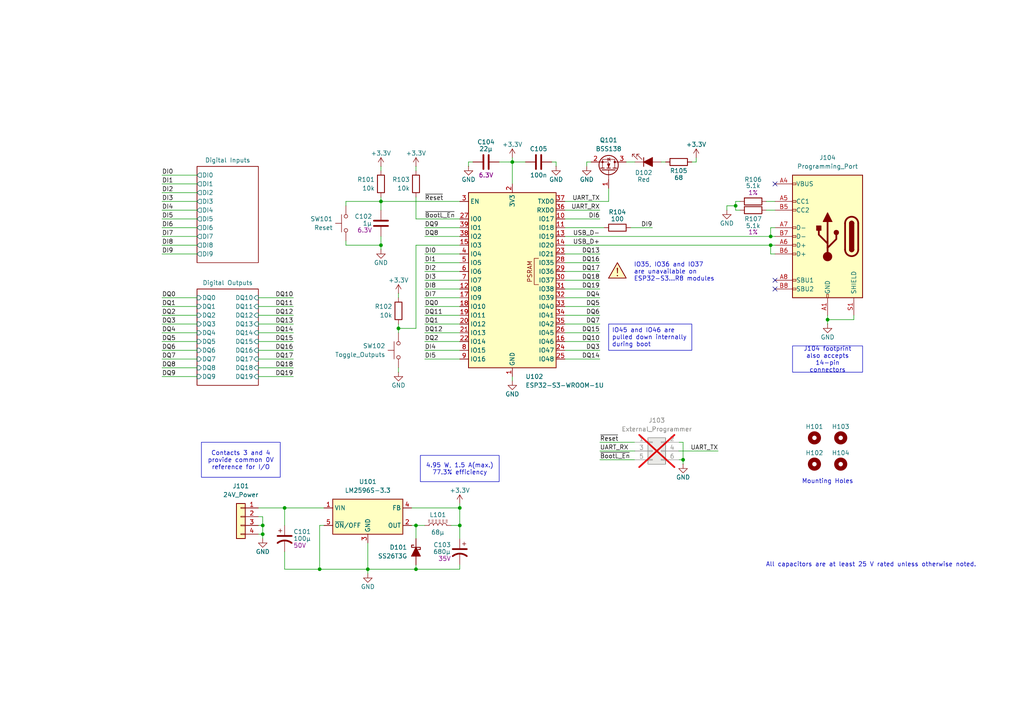
<source format=kicad_sch>
(kicad_sch (version 20250114) (generator "eeschema") (generator_version "9.0")
  (paper "A4")
  (title_block (title "ESP32 Remote IO") (date "2024-10-28") (rev "1") (company "Douglas Almeida"))
  (lib_symbols
    (symbol "Drawings:Warning_Symbol" (pin_numbers (hide yes)) (pin_names (offset 1.016) (hide yes)) (in_bom no) (on_board no)
      (symbol "Warning_Symbol_0_0"
        (text "!" (at 0 -0.254 0) (effects (font (size 2.3 2.3))))
      )
      (symbol "Warning_Symbol_0_1"
        (polyline (pts (xy -2.54 -1.905) (xy 2.54 -1.905) (xy 0 2.54) (xy -2.54 -1.905)) (stroke (width 0.254)) (fill (type background)))
      )
    )
    (symbol "esp32_rio-symbols:BSS138" (pin_names (hide yes))
      (property "Reference" "Q" (at 5.08 1.905 0))
      (property "Value" "BSS138" (at 5.08 0 0))
      (symbol "BSS138_0_1"
        (polyline (pts (xy 0.254 1.905) (xy 0.254 -1.905)) (stroke (width 0.254)))
        (polyline (pts (xy 0.254 0) (xy -2.54 0)))
        (polyline (pts (xy 0.762 2.286) (xy 0.762 1.27)) (stroke (width 0.254)))
        (polyline (pts (xy 0.762 0.508) (xy 0.762 -0.508)) (stroke (width 0.254)))
        (polyline (pts (xy 0.762 -1.27) (xy 0.762 -2.286)) (stroke (width 0.254)))
        (polyline (pts (xy 0.762 -1.778) (xy 3.302 -1.778) (xy 3.302 1.778) (xy 0.762 1.778)))
        (polyline (pts (xy 1.016 0) (xy 2.032 0.381) (xy 2.032 -0.381) (xy 1.016 0)) (fill (type outline)))
        (circle (center 1.651 0) (radius 2.794) (stroke (width 0.254)))
        (polyline (pts (xy 2.54 2.54) (xy 2.54 1.778)))
        (circle (center 2.54 1.778) (radius 0.254) (fill (type outline)))
        (circle (center 2.54 -1.778) (radius 0.254) (fill (type outline)))
        (polyline (pts (xy 2.54 -2.54) (xy 2.54 0) (xy 0.762 0)))
        (polyline (pts (xy 2.794 0.508) (xy 2.921 0.381) (xy 3.683 0.381) (xy 3.81 0.254)))
        (polyline (pts (xy 3.302 0.381) (xy 2.921 -0.254) (xy 3.683 -0.254) (xy 3.302 0.381)))
      )
      (symbol "BSS138_1_1"
        (pin input line (at -5.08 0 0) (length 2.54) (name "G") (number "1"))
        (pin passive line (at 2.54 5.08 270) (length 2.54) (name "D") (number "3"))
        (pin passive line (at 2.54 -5.08 90) (length 2.54) (name "S") (number "2"))
      )
    )
    (symbol "esp32_rio-symbols:C" (pin_numbers (hide yes)) (pin_names (offset 0.254))
      (property "Reference" "C" (at 0.635 2.54 0))
      (property "Value" "C" (at 0.635 -2.54 0))
      (symbol "C_0_1"
        (polyline (pts (xy -2.032 0.762) (xy 2.032 0.762)) (stroke (width 0.508)))
        (polyline (pts (xy -2.032 -0.762) (xy 2.032 -0.762)) (stroke (width 0.508)))
      )
      (symbol "C_1_1"
        (pin passive line (at 0 3.81 270) (length 2.794) (name "~") (number "1"))
        (pin passive line (at 0 -3.81 90) (length 2.794) (name "~") (number "2"))
      )
    )
    (symbol "esp32_rio-symbols:C_Polarized_US" (pin_numbers (hide yes)) (pin_names (offset 0.254) (hide yes))
      (property "Reference" "C" (at 0.635 2.54 0))
      (property "Value" "C_Polarized_US" (at 0.635 -2.54 0))
      (symbol "C_Polarized_US_0_1"
        (polyline (pts (xy -2.032 0.762) (xy 2.032 0.762)) (stroke (width 0.508)))
        (polyline (pts (xy -1.778 2.286) (xy -0.762 2.286)))
        (polyline (pts (xy -1.27 1.778) (xy -1.27 2.794)))
        (arc (start -2.032 -1.27) (mid 0 -0.5572) (end 2.032 -1.27) (stroke (width 0.508)))
      )
      (symbol "C_Polarized_US_1_1"
        (pin passive line (at 0 3.81 270) (length 2.794) (name "~") (number "1"))
        (pin passive line (at 0 -3.81 90) (length 3.302) (name "~") (number "2"))
      )
    )
    (symbol "esp32_rio-symbols:Conn_01x04" (pin_names (offset 1.016) (hide yes))
      (property "Reference" "J" (at 0 5.08 0))
      (property "Value" "Conn_01x04" (at 0 -7.62 0))
      (symbol "Conn_01x04_1_1"
        (rectangle (start -1.27 3.81) (end 1.27 -6.35) (stroke (width 0.254)) (fill (type background)))
        (rectangle (start -1.27 2.667) (end 0 2.413) (stroke (width 0.1524)))
        (rectangle (start -1.27 0.127) (end 0 -0.127) (stroke (width 0.1524)))
        (rectangle (start -1.27 -2.413) (end 0 -2.667) (stroke (width 0.1524)))
        (rectangle (start -1.27 -4.953) (end 0 -5.207) (stroke (width 0.1524)))
        (pin passive line (at -5.08 2.54 0) (length 3.81) (name "Pin_1") (number "1"))
        (pin passive line (at -5.08 0 0) (length 3.81) (name "Pin_2") (number "2"))
        (pin passive line (at -5.08 -2.54 0) (length 3.81) (name "Pin_3") (number "3"))
        (pin passive line (at -5.08 -5.08 0) (length 3.81) (name "Pin_4") (number "4"))
      )
    )
    (symbol "esp32_rio-symbols:Conn_02x03_Odd_Even" (pin_names (offset 1.016) (hide yes))
      (property "Reference" "J" (at 1.27 5.08 0))
      (property "Value" "Conn_02x03_Odd_Even" (at 1.27 -5.08 0))
      (symbol "Conn_02x03_Odd_Even_1_1"
        (rectangle (start -1.27 3.81) (end 3.81 -3.81) (stroke (width 0.254)) (fill (type background)))
        (rectangle (start -1.27 2.667) (end 0 2.413) (stroke (width 0.1524)))
        (rectangle (start -1.27 0.127) (end 0 -0.127) (stroke (width 0.1524)))
        (rectangle (start -1.27 -2.413) (end 0 -2.667) (stroke (width 0.1524)))
        (rectangle (start 3.81 2.667) (end 2.54 2.413) (stroke (width 0.1524)))
        (rectangle (start 3.81 0.127) (end 2.54 -0.127) (stroke (width 0.1524)))
        (rectangle (start 3.81 -2.413) (end 2.54 -2.667) (stroke (width 0.1524)))
        (pin passive line (at -5.08 2.54 0) (length 3.81) (name "Pin_1") (number "1"))
        (pin passive line (at -5.08 0 0) (length 3.81) (name "Pin_3") (number "3"))
        (pin passive line (at -5.08 -2.54 0) (length 3.81) (name "Pin_5") (number "5"))
        (pin passive line (at 7.62 2.54 180) (length 3.81) (name "Pin_2") (number "2"))
        (pin passive line (at 7.62 0 180) (length 3.81) (name "Pin_4") (number "4"))
        (pin passive line (at 7.62 -2.54 180) (length 3.81) (name "Pin_6") (number "6"))
      )
    )
    (symbol "esp32_rio-symbols:D_Schottky_Filled" (pin_numbers (hide yes)) (pin_names (offset 1.016) (hide yes))
      (property "Reference" "D" (at 0 2.54 0))
      (property "Value" "D_Schottky_Filled" (at 0 -2.54 0))
      (symbol "D_Schottky_Filled_0_1"
        (polyline (pts (xy -1.905 0.635) (xy -1.905 1.27) (xy -1.27 1.27) (xy -1.27 -1.27) (xy -0.635 -1.27) (xy -0.635 -0.635)) (stroke (width 0.254)))
        (polyline (pts (xy 1.27 1.27) (xy 1.27 -1.27) (xy -1.27 0) (xy 1.27 1.27)) (stroke (width 0.254)) (fill (type outline)))
        (polyline (pts (xy 1.27 0) (xy -1.27 0)))
      )
      (symbol "D_Schottky_Filled_1_1"
        (pin passive line (at -3.81 0 0) (length 2.54) (name "K") (number "1"))
        (pin passive line (at 3.81 0 180) (length 2.54) (name "A") (number "2"))
      )
    )
    (symbol "esp32_rio-symbols:ESP32-S3-WROOM-1U"
      (property "Reference" "U" (at -12.7 26.67 0))
      (property "Value" "ESP32-S3-WROOM-1U" (at 12.7 26.67 0))
      (symbol "ESP32-S3-WROOM-1U_0_0"
        (rectangle (start -12.7 25.4) (end 12.7 -25.4) (stroke (width 0.254)) (fill (type background)))
        (text "PSRAM" (at 5.08 2.54 900) (effects (font (size 1.27 1.27))))
      )
      (symbol "ESP32-S3-WROOM-1U_0_1"
        (polyline (pts (xy 7.62 -1.27) (xy 6.35 -1.27) (xy 6.35 6.35) (xy 7.62 6.35)))
      )
      (symbol "ESP32-S3-WROOM-1U_1_1"
        (pin input line (at -15.24 22.86 0) (length 2.54) (name "EN") (number "3"))
        (pin bidirectional line (at -15.24 17.78 0) (length 2.54) (name "IO0") (number "27"))
        (pin bidirectional line (at -15.24 15.24 0) (length 2.54) (name "IO1") (number "39"))
        (pin bidirectional line (at -15.24 12.7 0) (length 2.54) (name "IO2") (number "38"))
        (pin bidirectional line (at -15.24 10.16 0) (length 2.54) (name "IO3") (number "15"))
        (pin bidirectional line (at -15.24 7.62 0) (length 2.54) (name "IO4") (number "4"))
        (pin bidirectional line (at -15.24 5.08 0) (length 2.54) (name "IO5") (number "5"))
        (pin bidirectional line (at -15.24 2.54 0) (length 2.54) (name "IO6") (number "6"))
        (pin bidirectional line (at -15.24 0 0) (length 2.54) (name "IO7") (number "7"))
        (pin bidirectional line (at -15.24 -2.54 0) (length 2.54) (name "IO8") (number "12"))
        (pin bidirectional line (at -15.24 -5.08 0) (length 2.54) (name "IO9") (number "17"))
        (pin bidirectional line (at -15.24 -7.62 0) (length 2.54) (name "IO10") (number "18"))
        (pin bidirectional line (at -15.24 -10.16 0) (length 2.54) (name "IO11") (number "19"))
        (pin bidirectional line (at -15.24 -12.7 0) (length 2.54) (name "IO12") (number "20"))
        (pin bidirectional line (at -15.24 -15.24 0) (length 2.54) (name "IO13") (number "21"))
        (pin bidirectional line (at -15.24 -17.78 0) (length 2.54) (name "IO14") (number "22"))
        (pin bidirectional line (at -15.24 -20.32 0) (length 2.54) (name "IO15") (number "8"))
        (pin bidirectional line (at -15.24 -22.86 0) (length 2.54) (name "IO16") (number "9"))
        (pin power_in line (at 0 27.94 270) (length 2.54) (name "3V3") (number "2"))
        (pin power_in line (at 0 -27.94 90) (length 2.54) (name "GND") (number "1"))
        (pin passive line (at 0 -27.94 90) (length 2.54) (hide yes) (name "GND") (number "40"))
        (pin passive line (at 0 -27.94 90) (length 2.54) (hide yes) (name "GND") (number "41"))
        (pin bidirectional line (at 15.24 22.86 180) (length 2.54) (name "TXD0") (number "37"))
        (pin bidirectional line (at 15.24 20.32 180) (length 2.54) (name "RXD0") (number "36"))
        (pin bidirectional line (at 15.24 17.78 180) (length 2.54) (name "IO17") (number "10"))
        (pin bidirectional line (at 15.24 15.24 180) (length 2.54) (name "IO18") (number "11"))
        (pin bidirectional line (at 15.24 12.7 180) (length 2.54) (name "IO19") (number "13"))
        (pin bidirectional line (at 15.24 10.16 180) (length 2.54) (name "IO20") (number "14"))
        (pin bidirectional line (at 15.24 7.62 180) (length 2.54) (name "IO21") (number "23"))
        (pin bidirectional line (at 15.24 5.08 180) (length 2.54) (name "IO35") (number "28"))
        (pin bidirectional line (at 15.24 2.54 180) (length 2.54) (name "IO36") (number "29"))
        (pin bidirectional line (at 15.24 0 180) (length 2.54) (name "IO37") (number "30"))
        (pin bidirectional line (at 15.24 -2.54 180) (length 2.54) (name "IO38") (number "31"))
        (pin bidirectional line (at 15.24 -5.08 180) (length 2.54) (name "IO39") (number "32"))
        (pin bidirectional line (at 15.24 -7.62 180) (length 2.54) (name "IO40") (number "33"))
        (pin bidirectional line (at 15.24 -10.16 180) (length 2.54) (name "IO41") (number "34"))
        (pin bidirectional line (at 15.24 -12.7 180) (length 2.54) (name "IO42") (number "35"))
        (pin bidirectional line (at 15.24 -15.24 180) (length 2.54) (name "IO45") (number "26"))
        (pin bidirectional line (at 15.24 -17.78 180) (length 2.54) (name "IO46") (number "16"))
        (pin bidirectional line (at 15.24 -20.32 180) (length 2.54) (name "IO47") (number "24"))
        (pin bidirectional line (at 15.24 -22.86 180) (length 2.54) (name "IO48") (number "25"))
      )
    )
    (symbol "esp32_rio-symbols:LED_Filled" (pin_numbers (hide yes)) (pin_names (offset 1.016) (hide yes))
      (property "Reference" "D" (at 0 2.54 0))
      (property "Value" "LED_Filled" (at 0 -2.54 0))
      (symbol "LED_Filled_0_1"
        (polyline (pts (xy -3.048 -0.762) (xy -4.572 -2.286) (xy -3.81 -2.286) (xy -4.572 -2.286) (xy -4.572 -1.524)))
        (polyline (pts (xy -1.778 -0.762) (xy -3.302 -2.286) (xy -2.54 -2.286) (xy -3.302 -2.286) (xy -3.302 -1.524)))
        (polyline (pts (xy -1.27 0) (xy 1.27 0)))
        (polyline (pts (xy -1.27 -1.27) (xy -1.27 1.27)) (stroke (width 0.254)))
        (polyline (pts (xy 1.27 -1.27) (xy 1.27 1.27) (xy -1.27 0) (xy 1.27 -1.27)) (stroke (width 0.254)) (fill (type outline)))
      )
      (symbol "LED_Filled_1_1"
        (pin passive line (at -3.81 0 0) (length 2.54) (name "K") (number "1"))
        (pin passive line (at 3.81 0 180) (length 2.54) (name "A") (number "2"))
      )
    )
    (symbol "esp32_rio-symbols:LM2596S-3.3"
      (property "Reference" "U" (at -10.16 6.35 0))
      (property "Value" "LM2596S-3.3" (at 0 6.35 0))
      (symbol "LM2596S-3.3_0_1"
        (rectangle (start -10.16 5.08) (end 10.16 -5.08) (stroke (width 0.254)) (fill (type background)))
      )
      (symbol "LM2596S-3.3_1_1"
        (pin power_in line (at -12.7 2.54 0) (length 2.54) (name "VIN") (number "1"))
        (pin input line (at -12.7 -2.54 0) (length 2.54) (name "~{ON}/OFF") (number "5"))
        (pin power_in line (at 0 -7.62 90) (length 2.54) (name "GND") (number "3"))
        (pin input line (at 12.7 2.54 180) (length 2.54) (name "FB") (number "4"))
        (pin output line (at 12.7 -2.54 180) (length 2.54) (name "OUT") (number "2"))
      )
    )
    (symbol "esp32_rio-symbols:L_Ferrite" (pin_numbers (hide yes)) (pin_names (offset 1.016) (hide yes))
      (property "Reference" "L" (at -1.27 0 90))
      (property "Value" "L_Ferrite" (at 2.794 0 90))
      (symbol "L_Ferrite_0_1"
        (arc (start 0 2.54) (mid 0.6323 1.905) (end 0 1.27))
        (arc (start 0 1.27) (mid 0.6323 0.635) (end 0 0))
        (arc (start 0 0) (mid 0.6323 -0.635) (end 0 -1.27))
        (arc (start 0 -1.27) (mid 0.6323 -1.905) (end 0 -2.54))
        (polyline (pts (xy 1.016 2.286) (xy 1.016 2.794)))
        (polyline (pts (xy 1.016 1.27) (xy 1.016 1.778)))
        (polyline (pts (xy 1.016 0.254) (xy 1.016 0.762)))
        (polyline (pts (xy 1.016 -0.762) (xy 1.016 -0.254)))
        (polyline (pts (xy 1.016 -1.778) (xy 1.016 -1.27)))
        (polyline (pts (xy 1.016 -2.794) (xy 1.016 -2.286)))
        (polyline (pts (xy 1.524 2.794) (xy 1.524 2.286)))
        (polyline (pts (xy 1.524 1.778) (xy 1.524 1.27)))
        (polyline (pts (xy 1.524 0.762) (xy 1.524 0.254)))
        (polyline (pts (xy 1.524 -0.254) (xy 1.524 -0.762)))
        (polyline (pts (xy 1.524 -1.27) (xy 1.524 -1.778)))
        (polyline (pts (xy 1.524 -2.286) (xy 1.524 -2.794)))
      )
      (symbol "L_Ferrite_1_1"
        (pin passive line (at 0 3.81 270) (length 1.27) (name "1") (number "1"))
        (pin passive line (at 0 -3.81 90) (length 1.27) (name "2") (number "2"))
      )
    )
    (symbol "esp32_rio-symbols:MountingHole" (pin_names (offset 1.016))
      (property "Reference" "H" (at 0 5.08 0))
      (property "Value" "MountingHole" (at 0 3.175 0))
      (symbol "MountingHole_0_1"
        (circle (center 0 0) (radius 1.27) (stroke (width 1.27)))
      )
    )
    (symbol "esp32_rio-symbols:R" (pin_numbers (hide yes)) (pin_names (offset 0))
      (property "Reference" "R" (at 2.032 0 90))
      (property "Value" "R" (at 0 0 90))
      (symbol "R_0_1"
        (rectangle (start -1.016 -2.54) (end 1.016 2.54) (stroke (width 0.254)))
      )
      (symbol "R_1_1"
        (pin passive line (at 0 3.81 270) (length 1.27) (name "~") (number "1"))
        (pin passive line (at 0 -3.81 90) (length 1.27) (name "~") (number "2"))
      )
    )
    (symbol "esp32_rio-symbols:SW_Push" (pin_numbers (hide yes)) (pin_names (offset 1.016) (hide yes))
      (property "Reference" "SW" (at 1.27 2.54 0))
      (property "Value" "SW_Push" (at 0 -1.524 0))
      (symbol "SW_Push_0_1"
        (circle (center -2.032 0) (radius 0.508))
        (polyline (pts (xy 0 1.27) (xy 0 3.048)))
        (circle (center 2.032 0) (radius 0.508))
        (polyline (pts (xy 2.54 1.27) (xy -2.54 1.27)))
        (pin passive line (at -5.08 0 0) (length 2.54) (name "1") (number "1"))
        (pin passive line (at 5.08 0 180) (length 2.54) (name "2") (number "2"))
      )
    )
    (symbol "esp32_rio-symbols:USB_C_Receptacle_USB2.0_16P" (pin_names (offset 1.016))
      (property "Reference" "J" (at 0 22.225 0))
      (property "Value" "USB_C_Receptacle_USB2.0_16P" (at 0 19.685 0))
      (symbol "USB_C_Receptacle_USB2.0_16P_0_0"
        (rectangle (start -0.254 -17.78) (end 0.254 -16.764))
        (rectangle (start 10.16 15.494) (end 9.144 14.986))
        (rectangle (start 10.16 10.414) (end 9.144 9.906))
        (rectangle (start 10.16 7.874) (end 9.144 7.366))
        (rectangle (start 10.16 2.794) (end 9.144 2.286))
        (rectangle (start 10.16 0.254) (end 9.144 -0.254))
        (rectangle (start 10.16 -2.286) (end 9.144 -2.794))
        (rectangle (start 10.16 -4.826) (end 9.144 -5.334))
        (rectangle (start 10.16 -12.446) (end 9.144 -12.954))
        (rectangle (start 10.16 -14.986) (end 9.144 -15.494))
      )
      (symbol "USB_C_Receptacle_USB2.0_16P_0_1"
        (rectangle (start -10.16 17.78) (end 10.16 -17.78) (stroke (width 0.254)) (fill (type background)))
        (polyline (pts (xy -8.89 -3.81) (xy -8.89 3.81)) (stroke (width 0.508)))
        (rectangle (start -7.62 -3.81) (end -6.35 3.81) (stroke (width 0.254)) (fill (type outline)))
        (arc (start -7.62 3.81) (mid -6.985 4.4423) (end -6.35 3.81) (stroke (width 0.254)))
        (arc (start -7.62 3.81) (mid -6.985 4.4423) (end -6.35 3.81) (stroke (width 0.254)) (fill (type outline)))
        (arc (start -8.89 3.81) (mid -6.985 5.7067) (end -5.08 3.81) (stroke (width 0.508)))
        (arc (start -5.08 -3.81) (mid -6.985 -5.7067) (end -8.89 -3.81) (stroke (width 0.508)))
        (arc (start -6.35 -3.81) (mid -6.985 -4.4423) (end -7.62 -3.81) (stroke (width 0.254)))
        (arc (start -6.35 -3.81) (mid -6.985 -4.4423) (end -7.62 -3.81) (stroke (width 0.254)) (fill (type outline)))
        (polyline (pts (xy -5.08 3.81) (xy -5.08 -3.81)) (stroke (width 0.508)))
        (circle (center -2.54 1.143) (radius 0.635) (stroke (width 0.254)) (fill (type outline)))
        (polyline (pts (xy -1.27 4.318) (xy 0 6.858) (xy 1.27 4.318) (xy -1.27 4.318)) (stroke (width 0.254)) (fill (type outline)))
        (polyline (pts (xy 0 -2.032) (xy 2.54 0.508) (xy 2.54 1.778)) (stroke (width 0.508)))
        (polyline (pts (xy 0 -3.302) (xy -2.54 -0.762) (xy -2.54 0.508)) (stroke (width 0.508)))
        (polyline (pts (xy 0 -5.842) (xy 0 4.318)) (stroke (width 0.508)))
        (circle (center 0 -5.842) (radius 1.27) (fill (type outline)))
        (rectangle (start 1.905 1.778) (end 3.175 3.048) (stroke (width 0.254)) (fill (type outline)))
      )
      (symbol "USB_C_Receptacle_USB2.0_16P_1_1"
        (pin passive line (at -7.62 -22.86 90) (length 5.08) (name "SHIELD") (number "S1"))
        (pin passive line (at 0 -22.86 90) (length 5.08) (name "GND") (number "A1"))
        (pin passive line (at 0 -22.86 90) (length 5.08) (hide yes) (name "GND") (number "A12"))
        (pin passive line (at 0 -22.86 90) (length 5.08) (hide yes) (name "GND") (number "B1"))
        (pin passive line (at 0 -22.86 90) (length 5.08) (hide yes) (name "GND") (number "B12"))
        (pin passive line (at 15.24 15.24 180) (length 5.08) (name "VBUS") (number "A4"))
        (pin passive line (at 15.24 15.24 180) (length 5.08) (hide yes) (name "VBUS") (number "A9"))
        (pin passive line (at 15.24 15.24 180) (length 5.08) (hide yes) (name "VBUS") (number "B4"))
        (pin passive line (at 15.24 15.24 180) (length 5.08) (hide yes) (name "VBUS") (number "B9"))
        (pin bidirectional line (at 15.24 10.16 180) (length 5.08) (name "CC1") (number "A5"))
        (pin bidirectional line (at 15.24 7.62 180) (length 5.08) (name "CC2") (number "B5"))
        (pin bidirectional line (at 15.24 2.54 180) (length 5.08) (name "D-") (number "A7"))
        (pin bidirectional line (at 15.24 0 180) (length 5.08) (name "D-") (number "B7"))
        (pin bidirectional line (at 15.24 -2.54 180) (length 5.08) (name "D+") (number "A6"))
        (pin bidirectional line (at 15.24 -5.08 180) (length 5.08) (name "D+") (number "B6"))
        (pin bidirectional line (at 15.24 -12.7 180) (length 5.08) (name "SBU1") (number "A8"))
        (pin bidirectional line (at 15.24 -15.24 180) (length 5.08) (name "SBU2") (number "B8"))
      )
    )
    (symbol "power:+3.3V" (power) (pin_numbers (hide yes)) (pin_names (offset 0) (hide yes))
      (property "Value" "+3.3V" (at 0 3.556 0))
      (symbol "+3.3V_0_1"
        (polyline (pts (xy -0.762 1.27) (xy 0 2.54)))
        (polyline (pts (xy 0 2.54) (xy 0.762 1.27)))
        (polyline (pts (xy 0 0) (xy 0 2.54)))
      )
      (symbol "+3.3V_1_1"
        (pin power_in line (at 0 0 90) (length 0) (name "~") (number "1"))
      )
    )
    (symbol "power:GND" (power) (pin_numbers (hide yes)) (pin_names (offset 0) (hide yes))
      (property "Value" "GND" (at 0 -3.81 0))
      (symbol "GND_0_1"
        (polyline (pts (xy 0 0) (xy 0 -1.27) (xy 1.27 -1.27) (xy 0 -2.54) (xy -1.27 -1.27) (xy 0 -1.27)))
      )
      (symbol "GND_1_1"
        (pin power_in line (at 0 0 270) (length 0) (name "~") (number "1"))
      )
    )
  )
  (text "Mounting Holes" (at 240.03 139.7 0) (effects (font (size 1.27 1.27))))
  (text "All capacitors are at least 25 V rated unless otherwise noted." (at 283.21 163.83 0) (effects (font (size 1.27 1.27)) (justify right)))
  (text_box "J104 footprint also accepts 14-pin connectors" (at 229.87 100.33 0) (size 20.32 7.62) (margins 0.9525 0.9525 0.9525 0.9525) (effects (font (size 1.27 1.27))))
  (text_box "4.95 W, 1.5 A(max.)\n77.3% efficiency" (at 121.92 132.08 0) (size 22.86 7.62) (margins 0.9525 0.9525 0.9525 0.9525) (effects (font (size 1.27 1.27))))
  (text_box "IO35, IO36 and IO37 are unavailable on ESP32-S3...R8 modules" (at 182.88 74.93 0) (size 25.4 7.62) (margins 0.9524 0.9524 0.9524 0.9524) (stroke (width -0.0001)) (effects (font (size 1.27 1.27)) (justify left top)))
  (text_box "Contacts 3 and 4 provide common 0V reference for I/O" (at 58.42 128.27 0) (size 22.86 10.16) (margins 0.9525 0.9525 0.9525 0.9525) (effects (font (size 1.27 1.27))))
  (text_box "IO45 and IO46 are pulled down internally during boot" (at 176.53 93.98 0) (size 24.13 7.62) (margins 0.9525 0.9525 0.9525 0.9525) (effects (font (size 1.27 1.27)) (justify left top)))
  (junction (at 223.52 71.12))
  (junction (at 115.57 95.25))
  (junction (at 240.03 92.71))
  (junction (at 133.35 152.4))
  (junction (at 76.2 154.94))
  (junction (at 133.35 147.32))
  (junction (at 92.71 165.1))
  (junction (at 106.68 165.1))
  (junction (at 148.59 46.99))
  (junction (at 120.65 165.1))
  (junction (at 198.12 133.35))
  (junction (at 120.65 152.4))
  (junction (at 82.55 147.32))
  (junction (at 213.36 59.69))
  (junction (at 110.49 71.12))
  (junction (at 223.52 68.58))
  (junction (at 110.49 58.42))
  (junction (at 76.2 152.4))
  (no_connect (at 224.79 53.34))
  (no_connect (at 224.79 81.28))
  (no_connect (at 224.79 83.82))
  (wire (pts (xy 74.93 104.14) (xy 85.09 104.14)))
  (wire (pts (xy 173.99 130.81) (xy 184.15 130.81)))
  (wire (pts (xy 135.89 46.99) (xy 135.89 48.26)))
  (wire (pts (xy 46.99 106.68) (xy 57.15 106.68)))
  (wire (pts (xy 163.83 76.2) (xy 173.99 76.2)))
  (wire (pts (xy 74.93 152.4) (xy 76.2 152.4)))
  (wire (pts (xy 176.53 54.61) (xy 176.53 58.42)))
  (wire (pts (xy 240.03 92.71) (xy 240.03 93.98)))
  (wire (pts (xy 182.88 66.04) (xy 189.23 66.04)))
  (wire (pts (xy 163.83 60.96) (xy 173.99 60.96)))
  (wire (pts (xy 123.19 93.98) (xy 133.35 93.98)))
  (wire (pts (xy 123.19 66.04) (xy 133.35 66.04)))
  (wire (pts (xy 160.02 46.99) (xy 161.29 46.99)))
  (wire (pts (xy 201.93 45.72) (xy 201.93 46.99)))
  (wire (pts (xy 120.65 63.5) (xy 133.35 63.5)))
  (wire (pts (xy 115.57 85.09) (xy 115.57 86.36)))
  (wire (pts (xy 223.52 68.58) (xy 223.52 66.04)))
  (wire (pts (xy 148.59 46.99) (xy 148.59 53.34)))
  (wire (pts (xy 193.04 46.99) (xy 191.77 46.99)))
  (wire (pts (xy 196.85 133.35) (xy 198.12 133.35)))
  (wire (pts (xy 163.83 96.52) (xy 173.99 96.52)))
  (wire (pts (xy 82.55 147.32) (xy 93.98 147.32)))
  (wire (pts (xy 119.38 152.4) (xy 120.65 152.4)))
  (wire (pts (xy 74.93 147.32) (xy 82.55 147.32)))
  (wire (pts (xy 148.59 46.99) (xy 152.4 46.99)))
  (wire (pts (xy 74.93 106.68) (xy 85.09 106.68)))
  (wire (pts (xy 224.79 73.66) (xy 223.52 73.66)))
  (wire (pts (xy 115.57 95.25) (xy 115.57 96.52)))
  (wire (pts (xy 123.19 73.66) (xy 133.35 73.66)))
  (wire (pts (xy 123.19 88.9) (xy 133.35 88.9)))
  (wire (pts (xy 57.15 63.5) (xy 46.99 63.5)))
  (wire (pts (xy 163.83 91.44) (xy 173.99 91.44)))
  (wire (pts (xy 148.59 45.72) (xy 148.59 46.99)))
  (wire (pts (xy 214.63 58.42) (xy 213.36 58.42)))
  (wire (pts (xy 46.99 88.9) (xy 57.15 88.9)))
  (wire (pts (xy 133.35 152.4) (xy 133.35 156.21)))
  (wire (pts (xy 123.19 101.6) (xy 133.35 101.6)))
  (wire (pts (xy 74.93 93.98) (xy 85.09 93.98)))
  (wire (pts (xy 163.83 71.12) (xy 223.52 71.12)))
  (wire (pts (xy 120.65 152.4) (xy 120.65 156.21)))
  (wire (pts (xy 213.36 59.69) (xy 210.82 59.69)))
  (wire (pts (xy 210.82 59.69) (xy 210.82 60.96)))
  (wire (pts (xy 74.93 154.94) (xy 76.2 154.94)))
  (wire (pts (xy 76.2 149.86) (xy 76.2 152.4)))
  (wire (pts (xy 123.19 81.28) (xy 133.35 81.28)))
  (wire (pts (xy 198.12 133.35) (xy 198.12 134.62)))
  (wire (pts (xy 163.83 104.14) (xy 173.99 104.14)))
  (wire (pts (xy 46.99 104.14) (xy 57.15 104.14)))
  (wire (pts (xy 74.93 88.9) (xy 85.09 88.9)))
  (wire (pts (xy 46.99 93.98) (xy 57.15 93.98)))
  (wire (pts (xy 163.83 66.04) (xy 175.26 66.04)))
  (wire (pts (xy 119.38 147.32) (xy 133.35 147.32)))
  (wire (pts (xy 123.19 99.06) (xy 133.35 99.06)))
  (wire (pts (xy 82.55 165.1) (xy 92.71 165.1)))
  (wire (pts (xy 144.78 46.99) (xy 148.59 46.99)))
  (wire (pts (xy 100.33 59.69) (xy 100.33 58.42)))
  (wire (pts (xy 100.33 71.12) (xy 110.49 71.12)))
  (wire (pts (xy 110.49 58.42) (xy 133.35 58.42)))
  (wire (pts (xy 74.93 86.36) (xy 85.09 86.36)))
  (wire (pts (xy 173.99 128.27) (xy 184.15 128.27)))
  (wire (pts (xy 171.45 46.99) (xy 170.18 46.99)))
  (wire (pts (xy 57.15 60.96) (xy 46.99 60.96)))
  (wire (pts (xy 223.52 73.66) (xy 223.52 71.12)))
  (wire (pts (xy 184.15 46.99) (xy 181.61 46.99)))
  (wire (pts (xy 120.65 165.1) (xy 133.35 165.1)))
  (wire (pts (xy 213.36 59.69) (xy 213.36 58.42)))
  (wire (pts (xy 57.15 68.58) (xy 46.99 68.58)))
  (wire (pts (xy 123.19 78.74) (xy 133.35 78.74)))
  (wire (pts (xy 163.83 68.58) (xy 223.52 68.58)))
  (wire (pts (xy 57.15 55.88) (xy 46.99 55.88)))
  (wire (pts (xy 93.98 152.4) (xy 92.71 152.4)))
  (wire (pts (xy 163.83 58.42) (xy 176.53 58.42)))
  (wire (pts (xy 106.68 157.48) (xy 106.68 165.1)))
  (wire (pts (xy 74.93 99.06) (xy 85.09 99.06)))
  (wire (pts (xy 110.49 58.42) (xy 110.49 60.96)))
  (wire (pts (xy 123.19 86.36) (xy 133.35 86.36)))
  (wire (pts (xy 133.35 146.05) (xy 133.35 147.32)))
  (wire (pts (xy 82.55 152.4) (xy 82.55 147.32)))
  (wire (pts (xy 57.15 66.04) (xy 46.99 66.04)))
  (wire (pts (xy 247.65 91.44) (xy 247.65 92.71)))
  (wire (pts (xy 120.65 165.1) (xy 106.68 165.1)))
  (wire (pts (xy 223.52 68.58) (xy 224.79 68.58)))
  (wire (pts (xy 201.93 46.99) (xy 200.66 46.99)))
  (wire (pts (xy 92.71 165.1) (xy 106.68 165.1)))
  (wire (pts (xy 110.49 68.58) (xy 110.49 71.12)))
  (wire (pts (xy 240.03 91.44) (xy 240.03 92.71)))
  (wire (pts (xy 110.49 57.15) (xy 110.49 58.42)))
  (wire (pts (xy 46.99 99.06) (xy 57.15 99.06)))
  (wire (pts (xy 74.93 109.22) (xy 85.09 109.22)))
  (wire (pts (xy 223.52 71.12) (xy 224.79 71.12)))
  (wire (pts (xy 120.65 163.83) (xy 120.65 165.1)))
  (wire (pts (xy 213.36 59.69) (xy 213.36 60.96)))
  (wire (pts (xy 222.25 60.96) (xy 224.79 60.96)))
  (wire (pts (xy 170.18 46.99) (xy 170.18 48.26)))
  (wire (pts (xy 163.83 63.5) (xy 173.99 63.5)))
  (wire (pts (xy 110.49 48.26) (xy 110.49 49.53)))
  (wire (pts (xy 57.15 53.34) (xy 46.99 53.34)))
  (wire (pts (xy 115.57 93.98) (xy 115.57 95.25)))
  (wire (pts (xy 120.65 95.25) (xy 115.57 95.25)))
  (wire (pts (xy 148.59 109.22) (xy 148.59 110.49)))
  (wire (pts (xy 120.65 71.12) (xy 133.35 71.12)))
  (wire (pts (xy 46.99 101.6) (xy 57.15 101.6)))
  (wire (pts (xy 123.19 68.58) (xy 133.35 68.58)))
  (wire (pts (xy 123.19 83.82) (xy 133.35 83.82)))
  (wire (pts (xy 163.83 93.98) (xy 173.99 93.98)))
  (wire (pts (xy 123.19 104.14) (xy 133.35 104.14)))
  (wire (pts (xy 74.93 96.52) (xy 85.09 96.52)))
  (wire (pts (xy 46.99 96.52) (xy 57.15 96.52)))
  (wire (pts (xy 198.12 128.27) (xy 198.12 133.35)))
  (wire (pts (xy 120.65 71.12) (xy 120.65 95.25)))
  (wire (pts (xy 100.33 69.85) (xy 100.33 71.12)))
  (wire (pts (xy 74.93 149.86) (xy 76.2 149.86)))
  (wire (pts (xy 163.83 78.74) (xy 173.99 78.74)))
  (wire (pts (xy 163.83 86.36) (xy 173.99 86.36)))
  (wire (pts (xy 76.2 156.21) (xy 76.2 154.94)))
  (wire (pts (xy 222.25 58.42) (xy 224.79 58.42)))
  (wire (pts (xy 46.99 86.36) (xy 57.15 86.36)))
  (wire (pts (xy 120.65 48.26) (xy 120.65 49.53)))
  (wire (pts (xy 163.83 81.28) (xy 173.99 81.28)))
  (wire (pts (xy 214.63 60.96) (xy 213.36 60.96)))
  (wire (pts (xy 57.15 73.66) (xy 46.99 73.66)))
  (wire (pts (xy 130.81 152.4) (xy 133.35 152.4)))
  (wire (pts (xy 133.35 147.32) (xy 133.35 152.4)))
  (wire (pts (xy 120.65 57.15) (xy 120.65 63.5)))
  (wire (pts (xy 92.71 152.4) (xy 92.71 165.1)))
  (wire (pts (xy 163.83 83.82) (xy 173.99 83.82)))
  (wire (pts (xy 46.99 91.44) (xy 57.15 91.44)))
  (wire (pts (xy 106.68 165.1) (xy 106.68 166.37)))
  (wire (pts (xy 223.52 66.04) (xy 224.79 66.04)))
  (wire (pts (xy 57.15 71.12) (xy 46.99 71.12)))
  (wire (pts (xy 161.29 46.99) (xy 161.29 48.26)))
  (wire (pts (xy 123.19 96.52) (xy 133.35 96.52)))
  (wire (pts (xy 46.99 109.22) (xy 57.15 109.22)))
  (wire (pts (xy 137.16 46.99) (xy 135.89 46.99)))
  (wire (pts (xy 123.19 76.2) (xy 133.35 76.2)))
  (wire (pts (xy 240.03 92.71) (xy 247.65 92.71)))
  (wire (pts (xy 115.57 106.68) (xy 115.57 107.95)))
  (wire (pts (xy 196.85 130.81) (xy 208.28 130.81)))
  (wire (pts (xy 173.99 133.35) (xy 184.15 133.35)))
  (wire (pts (xy 163.83 99.06) (xy 173.99 99.06)))
  (wire (pts (xy 133.35 163.83) (xy 133.35 165.1)))
  (wire (pts (xy 74.93 91.44) (xy 85.09 91.44)))
  (wire (pts (xy 196.85 128.27) (xy 198.12 128.27)))
  (wire (pts (xy 163.83 88.9) (xy 173.99 88.9)))
  (wire (pts (xy 110.49 71.12) (xy 110.49 72.39)))
  (wire (pts (xy 57.15 50.8) (xy 46.99 50.8)))
  (wire (pts (xy 120.65 152.4) (xy 123.19 152.4)))
  (wire (pts (xy 82.55 160.02) (xy 82.55 165.1)))
  (wire (pts (xy 57.15 58.42) (xy 46.99 58.42)))
  (wire (pts (xy 76.2 152.4) (xy 76.2 154.94)))
  (wire (pts (xy 163.83 73.66) (xy 173.99 73.66)))
  (wire (pts (xy 163.83 101.6) (xy 173.99 101.6)))
  (wire (pts (xy 100.33 58.42) (xy 110.49 58.42)))
  (wire (pts (xy 123.19 91.44) (xy 133.35 91.44)))
  (wire (pts (xy 74.93 101.6) (xy 85.09 101.6)))
  (label "DQ10" (at 173.99 99.06 180))
  (label "DI2" (at 123.19 78.74 0))
  (label "DI0" (at 46.99 50.8 0))
  (label "DQ7" (at 173.99 93.98 180))
  (label "DQ5" (at 46.99 99.06 0))
  (label "DI4" (at 46.99 60.96 0))
  (label "DQ2" (at 46.99 91.44 0))
  (label "DQ8" (at 123.19 68.58 0))
  (label "DI7" (at 46.99 68.58 0))
  (label "DQ13" (at 173.99 73.66 180))
  (label "DQ12" (at 85.09 91.44 180))
  (label "DQ17" (at 173.99 78.74 180))
  (label "DQ7" (at 46.99 104.14 0))
  (label "DQ18" (at 173.99 81.28 180))
  (label "DQ4" (at 173.99 86.36 180))
  (label "USB_D-" (at 173.99 68.58 180))
  (label "DQ9" (at 123.19 66.04 0))
  (label "DI2" (at 46.99 55.88 0))
  (label "DQ17" (at 85.09 104.14 180))
  (label "DQ15" (at 85.09 99.06 180))
  (label "DI8" (at 46.99 71.12 0))
  (label "UART_RX" (at 173.99 130.81 0))
  (label "DQ15" (at 173.99 96.52 180))
  (label "DQ9" (at 46.99 109.22 0))
  (label "~{BootL_En}" (at 123.19 63.5 0))
  (label "DQ13" (at 85.09 93.98 180))
  (label "DQ11" (at 85.09 88.9 180))
  (label "DI1" (at 46.99 53.34 0))
  (label "DQ3" (at 173.99 101.6 180))
  (label "DI0" (at 123.19 73.66 0))
  (label "DQ14" (at 173.99 104.14 180))
  (label "DQ3" (at 46.99 93.98 0))
  (label "DQ8" (at 46.99 106.68 0))
  (label "DQ19" (at 85.09 109.22 180))
  (label "~{Reset}" (at 173.99 128.27 0))
  (label "DI3" (at 123.19 81.28 0))
  (label "~{Reset}" (at 123.19 58.42 0))
  (label "DQ11" (at 123.19 91.44 0))
  (label "DI9" (at 189.23 66.04 180))
  (label "DQ16" (at 85.09 101.6 180))
  (label "UART_TX" (at 208.28 130.81 180))
  (label "DQ16" (at 173.99 76.2 180))
  (label "DQ12" (at 123.19 96.52 0))
  (label "DI6" (at 173.99 63.5 180))
  (label "DQ2" (at 123.19 99.06 0))
  (label "DI6" (at 46.99 66.04 0))
  (label "DQ6" (at 46.99 101.6 0))
  (label "DQ5" (at 173.99 88.9 180))
  (label "DQ0" (at 46.99 86.36 0))
  (label "DQ1" (at 46.99 88.9 0))
  (label "DQ4" (at 46.99 96.52 0))
  (label "DI4" (at 123.19 101.6 0))
  (label "DI3" (at 46.99 58.42 0))
  (label "DQ18" (at 85.09 106.68 180))
  (label "DI1" (at 123.19 76.2 0))
  (label "UART_RX" (at 173.99 60.96 180))
  (label "DI8" (at 123.19 83.82 0))
  (label "DQ6" (at 173.99 91.44 180))
  (label "~{BootL_En}" (at 173.99 133.35 0))
  (label "DQ1" (at 123.19 93.98 0))
  (label "DI5" (at 123.19 104.14 0))
  (label "UART_TX" (at 173.99 58.42 180))
  (label "DQ14" (at 85.09 96.52 180))
  (label "DI5" (at 46.99 63.5 0))
  (label "DI9" (at 46.99 73.66 0))
  (label "DQ10" (at 85.09 86.36 180))
  (label "DI7" (at 123.19 86.36 0))
  (label "USB_D+" (at 173.99 71.12 180))
  (label "DQ0" (at 123.19 88.9 0))
  (label "DQ19" (at 173.99 83.82 180))
  (symbol (lib_id "power:GND") (at 135.89 48.26 0) (unit 1)
    (property "Reference" "#PWR0116" (effects (hide yes)))
    (property "Value" "GND" (at 135.89 52.07 0))
  )
  (symbol (lib_id "esp32_rio-symbols:MountingHole") (at 243.84 134.62 0) (mirror y) (unit 1) (in_bom no)
    (property "Reference" "H104" (at 243.84 132.08 0) (effects (justify bottom)))
    (property "Value" "MountingHole" (effects (hide yes)))
    (property "Footprint" "MountingHole:MountingHole_2.1mm" (effects (hide yes)))
  )
  (symbol (lib_id "esp32_rio-symbols:ESP32-S3-WROOM-1U") (at 148.59 81.28 0) (unit 1)
    (property "Reference" "U102" (at 152.4 109.22 0) (effects (justify left)))
    (property "Value" "ESP32-S3-WROOM-1U" (at 152.4 111.76 0) (effects (justify left)))
    (property "Footprint" "esp32_rio-footprints:ESP32-S3-WROOM-1U" (effects (hide yes)))
    (property "Datasheet" "https://www.espressif.com/sites/default/files/documentation/esp32-s3-wroom-1_wroom-1u_datasheet_en.pdf" (effects (hide yes)))
    (property "Description" "RF Module, ESP32-S3 SoC, Wi-Fi 802.11b/g/n, Bluetooth, BLE, 32-bit, 3.3V, external antenna, SMD" (effects (hide yes)))
    (property "Part#" "ESP32-S3-WROOM-1U-N16R2" (effects (hide yes)))
  )
  (symbol (lib_id "esp32_rio-symbols:C") (at 110.49 64.77 0) (mirror y) (unit 1)
    (property "Reference" "C102" (at 107.95 63.5 0) (effects (justify left bottom)))
    (property "Value" "1µ" (at 107.95 64.77 0) (effects (justify left)))
    (property "Footprint" "Capacitor_SMD:C_0603_1608Metric" (effects (hide yes)))
    (property "Description" "Unpolarized capacitor" (effects (hide yes)))
    (property "Voltage" "6.3V" (at 107.95 66.04 0) (effects (justify left top)))
    (property "Part#" "CL10B105KQ8NNNC" (effects (hide yes)))
  )
  (symbol (lib_id "esp32_rio-symbols:R") (at 115.57 90.17 0) (unit 1)
    (property "Reference" "R102" (at 113.792 88.9 0) (effects (justify right)))
    (property "Value" "10k" (at 113.792 91.44 0) (effects (justify right)))
    (property "Footprint" "Resistor_SMD:R_0603_1608Metric" (effects (hide yes)))
    (property "Description" "Resistor" (effects (hide yes)))
    (property "Part#" "RC0603FR-0710KL" (effects (hide yes)))
  )
  (symbol (lib_id "power:+3.3V") (at 120.65 48.26 0) (mirror y) (unit 1)
    (property "Reference" "#PWR0106" (effects (hide yes)))
    (property "Value" "+3.3V" (at 120.65 44.45 0))
    (property "Description" "Power symbol creates a global label with name \"+3.3V\"" (effects (hide yes)))
  )
  (symbol (lib_id "esp32_rio-symbols:BSS138") (at 176.53 49.53 270) (mirror x) (unit 1)
    (property "Reference" "Q101" (at 176.53 40.64 90))
    (property "Value" "BSS138" (at 176.53 43.18 90))
    (property "Footprint" "Package_TO_SOT_SMD:SOT-23" (effects (hide yes)))
    (property "Datasheet" "https://www.onsemi.com/pub/Collateral/BSS138-D.PDF" (effects (hide yes)))
    (property "Description" "50V Vds, 0.22A Id, N-Channel MOSFET, SOT-23" (effects (hide yes)))
    (property "Part#" "BSS138-7-F" (effects (hide yes)))
  )
  (symbol (lib_id "power:GND") (at 148.59 110.49 0) (unit 1)
    (property "Reference" "#PWR0109" (effects (hide yes)))
    (property "Value" "GND" (at 148.59 114.3 0))
  )
  (symbol (lib_id "esp32_rio-symbols:R") (at 218.44 58.42 90) (mirror x) (unit 1)
    (property "Reference" "R106" (at 218.44 52.07 90))
    (property "Value" "5.1k" (at 218.44 54.61 90) (effects (justify bottom)))
    (property "Footprint" "Resistor_SMD:R_0603_1608Metric" (effects (hide yes)))
    (property "Description" "Resistor" (effects (hide yes)))
    (property "Tolerance" "1%" (at 218.44 55.88 90))
    (property "Part#" "RC0603FR-075K1L" (effects (hide yes)))
  )
  (symbol (lib_id "power:GND") (at 210.82 60.96 0) (unit 1)
    (property "Reference" "#PWR0112" (effects (hide yes)))
    (property "Value" "GND" (at 210.82 64.77 0))
  )
  (symbol (lib_id "esp32_rio-symbols:R") (at 110.49 53.34 0) (unit 1)
    (property "Reference" "R101" (at 108.712 52.07 0) (effects (justify right)))
    (property "Value" "10k" (at 108.712 54.61 0) (effects (justify right)))
    (property "Footprint" "Resistor_SMD:R_0603_1608Metric" (effects (hide yes)))
    (property "Description" "Resistor" (effects (hide yes)))
    (property "Part#" "RC0603FR-0710KL" (effects (hide yes)))
  )
  (symbol (lib_id "esp32_rio-symbols:MountingHole") (at 236.22 134.62 0) (mirror y) (unit 1) (in_bom no)
    (property "Reference" "H102" (at 236.22 132.08 0) (effects (justify bottom)))
    (property "Value" "MountingHole" (effects (hide yes)))
    (property "Footprint" "MountingHole:MountingHole_2.1mm" (effects (hide yes)))
  )
  (symbol (lib_id "esp32_rio-symbols:C_Polarized_US") (at 82.55 156.21 0) (unit 1)
    (property "Reference" "C101" (at 85.09 154.94 0) (effects (justify left bottom)))
    (property "Value" "100µ" (at 85.09 156.21 0) (effects (justify left)))
    (property "Footprint" "Capacitor_SMD:C_Elec_10x10.2" (effects (hide yes)))
    (property "Voltage" "50V" (at 85.09 157.48 0) (effects (justify left top)))
    (property "Part#" "EEHZC1H101P" (effects (hide yes)))
  )
  (symbol (lib_id "power:GND") (at 106.68 166.37 0) (unit 1)
    (property "Reference" "#PWR0105" (effects (hide yes)))
    (property "Value" "GND" (at 106.68 170.18 0))
  )
  (symbol (lib_id "esp32_rio-symbols:LM2596S-3.3") (at 106.68 149.86 0) (unit 1)
    (property "Reference" "U101" (at 106.68 139.7 0))
    (property "Value" "LM2596S-3.3" (at 106.68 142.24 0))
    (property "Footprint" "Package_TO_SOT_SMD:TO-263-5_TabPin3" (effects (hide yes)))
    (property "Datasheet" "http://www.ti.com/lit/ds/symlink/lm2596.pdf" (effects (hide yes)))
    (property "Description" "3.3V 3A Step-Down Voltage Regulator, TO-263" (effects (hide yes)))
    (property "Part#" "LM2596SX-3.3/NOPB" (effects (hide yes)))
  )
  (symbol (lib_id "esp32_rio-symbols:LED_Filled") (at 187.96 46.99 0) (mirror x) (unit 1)
    (property "Reference" "D102" (at 186.69 50.8 0) (effects (justify top)))
    (property "Value" "Red" (at 186.69 52.07 0))
    (property "Footprint" "esp32_rio-footprints:LED_Rectangular_W5.0mm_H2.0mm" (effects (hide yes)))
    (property "Description" "Light emitting diode, filled shape" (effects (hide yes)))
    (property "Part#" "L-403SRD" (effects (hide yes)))
  )
  (symbol (lib_id "esp32_rio-symbols:SW_Push") (at 115.57 101.6 90) (unit 1)
    (property "Reference" "SW102" (at 111.76 100.33 90) (effects (justify left)))
    (property "Value" "Toggle_Outputs" (at 111.76 102.87 90) (effects (justify left)))
    (property "Footprint" "Button_Switch_SMD:SW_SPST_PTS645" (effects (hide yes)))
    (property "Description" "Push button switch, generic, two pins" (effects (hide yes)))
    (property "Part#" "PTS645SH95SMTR92LFS" (effects (hide yes)))
  )
  (symbol (lib_id "power:+3.3V") (at 115.57 85.09 0) (mirror y) (unit 1)
    (property "Reference" "#PWR0104" (effects (hide yes)))
    (property "Value" "+3.3V" (at 115.57 81.28 0))
    (property "Description" "Power symbol creates a global label with name \"+3.3V\"" (effects (hide yes)))
  )
  (symbol (lib_id "power:GND") (at 110.49 72.39 0) (unit 1)
    (property "Reference" "#PWR0103" (effects (hide yes)))
    (property "Value" "GND" (at 110.49 76.2 0))
  )
  (symbol (lib_id "esp32_rio-symbols:Conn_02x03_Odd_Even") (at 189.23 130.81 0) (unit 1) (dnp yes)
    (property "Reference" "J103" (at 190.5 121.92 0))
    (property "Value" "External_Programmer" (at 190.5 124.46 0))
    (property "Footprint" "Connector_PinHeader_2.54mm:PinHeader_2x03_P2.54mm_Vertical" (effects (hide yes)))
    (property "Description" "Generic connector, double row, 02x03, odd/even pin numbering scheme (row 1 odd numbers, row 2 even numbers), script generated (kicad-library-utils/schlib/autogen/connector/)" (effects (hide yes)))
  )
  (symbol (lib_id "esp32_rio-symbols:SW_Push") (at 100.33 64.77 90) (unit 1)
    (property "Reference" "SW101" (at 96.52 63.5 90) (effects (justify left)))
    (property "Value" "Reset" (at 96.52 66.04 90) (effects (justify left)))
    (property "Footprint" "Button_Switch_SMD:SW_SPST_PTS645" (effects (hide yes)))
    (property "Description" "Push button switch, generic, two pins" (effects (hide yes)))
    (property "Part#" "PTS645SH95SMTR92LFS" (effects (hide yes)))
  )
  (symbol (lib_id "esp32_rio-symbols:Conn_01x04") (at 69.85 149.86 0) (mirror y) (unit 1)
    (property "Reference" "J101" (at 69.85 140.97 0))
    (property "Value" "24V_Power" (at 69.85 143.51 0))
    (property "Footprint" "esp32_rio-footprints:Kefa_KF142V-5.08-4P" (effects (hide yes)))
    (property "Description" "Generic connector, single row, 01x04, script generated (kicad-library-utils/schlib/autogen/connector/)" (effects (hide yes)))
    (property "Part#" "KF142V-5.08-4P" (effects (hide yes)))
  )
  (symbol (lib_id "power:+3.3V") (at 133.35 146.05 0) (unit 1)
    (property "Reference" "#PWR0107" (effects (hide yes)))
    (property "Value" "+3.3V" (at 133.35 142.24 0))
    (property "Description" "Power symbol creates a global label with name \"+3.3V\"" (effects (hide yes)))
  )
  (symbol (lib_id "esp32_rio-symbols:MountingHole") (at 236.22 127 0) (mirror y) (unit 1) (in_bom no)
    (property "Reference" "H101" (at 236.22 124.46 0) (effects (justify bottom)))
    (property "Value" "MountingHole" (effects (hide yes)))
    (property "Footprint" "MountingHole:MountingHole_2.1mm" (effects (hide yes)))
  )
  (symbol (lib_id "power:GND") (at 161.29 48.26 0) (unit 1)
    (property "Reference" "#PWR0115" (effects (hide yes)))
    (property "Value" "GND" (at 161.29 52.07 0))
  )
  (symbol (lib_id "esp32_rio-symbols:D_Schottky_Filled") (at 120.65 160.02 90) (mirror x) (unit 1)
    (property "Reference" "D101" (at 118.11 158.75 90) (effects (justify left)))
    (property "Value" "SS26T3G" (at 118.11 161.29 90) (effects (justify left)))
    (property "Footprint" "Diode_SMD:D_SMB" (effects (hide yes)))
    (property "Datasheet" "https://www.onsemi.com/pdf/datasheet/ss26-d.pdf" (effects (hide yes)))
    (property "Description" "diode schottky" (effects (hide yes)))
    (property "Part#" "SS26T3G" (effects (hide yes)))
  )
  (symbol (lib_id "esp32_rio-symbols:R") (at 218.44 60.96 90) (unit 1)
    (property "Reference" "R107" (at 218.44 63.5 90))
    (property "Value" "5.1k" (at 218.44 64.77 90) (effects (justify bottom)))
    (property "Footprint" "Resistor_SMD:R_0603_1608Metric" (effects (hide yes)))
    (property "Description" "Resistor" (effects (hide yes)))
    (property "Tolerance" "1%" (at 218.44 67.31 90))
    (property "Part#" "RC0603FR-075K1L" (effects (hide yes)))
  )
  (symbol (lib_id "power:GND") (at 170.18 48.26 0) (unit 1)
    (property "Reference" "#PWR0111" (effects (hide yes)))
    (property "Value" "GND" (at 170.18 52.07 0))
  )
  (symbol (lib_id "esp32_rio-symbols:R") (at 179.07 66.04 90) (unit 1)
    (property "Reference" "R104" (at 179.07 62.23 90) (effects (justify top)))
    (property "Value" "100" (at 179.07 63.5 90))
    (property "Footprint" "Resistor_SMD:R_0603_1608Metric" (effects (hide yes)))
    (property "Description" "Resistor" (effects (hide yes)))
    (property "Part#" "AC0603FR-07100RL" (effects (hide yes)))
  )
  (symbol (lib_id "esp32_rio-symbols:R") (at 120.65 53.34 0) (unit 1)
    (property "Reference" "R103" (at 118.872 52.07 0) (effects (justify right)))
    (property "Value" "10k" (at 118.872 54.61 0) (effects (justify right)))
    (property "Footprint" "Resistor_SMD:R_0603_1608Metric" (effects (hide yes)))
    (property "Description" "Resistor" (effects (hide yes)))
    (property "Part#" "RC0603FR-0710KL" (effects (hide yes)))
  )
  (symbol (lib_id "power:GND") (at 240.03 93.98 0) (unit 1)
    (property "Reference" "#PWR0113" (effects (hide yes)))
    (property "Value" "GND" (at 240.03 97.79 0))
  )
  (symbol (lib_id "esp32_rio-symbols:C") (at 140.97 46.99 270) (unit 1)
    (property "Reference" "C104" (at 140.97 41.91 90) (effects (justify bottom)))
    (property "Value" "22µ" (at 140.97 43.18 90))
    (property "Footprint" "Capacitor_SMD:C_0805_2012Metric" (effects (hide yes)))
    (property "Part#" "GRM21BZ70J226ME44L" (effects (hide yes)))
    (property "Voltage" "6.3V" (at 140.97 50.8 90))
  )
  (symbol (lib_id "esp32_rio-symbols:C_Polarized_US") (at 133.35 160.02 0) (mirror y) (unit 1)
    (property "Reference" "C103" (at 130.81 158.75 0) (effects (justify left bottom)))
    (property "Value" "680µ" (at 130.81 160.02 0) (effects (justify left)))
    (property "Footprint" "Capacitor_SMD:C_Elec_10x10.2" (effects (hide yes)))
    (property "Voltage" "35V" (at 130.81 161.29 0) (effects (justify left top)))
    (property "Part#" "EEEFK1V331P" (effects (hide yes)))
  )
  (symbol (lib_id "power:+3.3V") (at 148.59 45.72 0) (unit 1)
    (property "Reference" "#PWR0108" (effects (hide yes)))
    (property "Value" "+3.3V" (at 148.59 41.91 0))
    (property "Description" "Power symbol creates a global label with name \"+3.3V\"" (effects (hide yes)))
  )
  (symbol (lib_id "power:+3.3V") (at 110.49 48.26 0) (unit 1)
    (property "Reference" "#PWR0102" (effects (hide yes)))
    (property "Value" "+3.3V" (at 110.49 44.45 0))
    (property "Description" "Power symbol creates a global label with name \"+3.3V\"" (effects (hide yes)))
  )
  (symbol (lib_id "power:+3.3V") (at 201.93 45.72 0) (unit 1)
    (property "Reference" "#PWR02" (effects (hide yes)))
    (property "Value" "+3.3V" (at 201.93 41.91 0))
    (property "Description" "Power symbol creates a global label with name \"+3.3V\"" (effects (hide yes)))
  )
  (symbol (lib_id "power:GND") (at 76.2 156.21 0) (unit 1)
    (property "Reference" "#PWR0101" (effects (hide yes)))
    (property "Value" "GND" (at 76.2 160.02 0))
  )
  (symbol (lib_id "esp32_rio-symbols:L_Ferrite") (at 127 152.4 90) (unit 1)
    (property "Reference" "L101" (at 127 148.59 90) (effects (justify bottom)))
    (property "Value" "68µ" (at 127 153.67 90) (effects (justify bottom)))
    (property "Footprint" "esp32_rio-footprints:L_Vishay_IHLP-6767" (effects (hide yes)))
    (property "Part#" "IHLP6767GZER680M11" (effects (hide yes)))
  )
  (symbol (lib_id "esp32_rio-symbols:USB_C_Receptacle_USB2.0_16P") (at 240.03 68.58 0) (mirror y) (unit 1)
    (property "Reference" "J104" (at 240.03 45.72 0))
    (property "Value" "Programming_Port" (at 240.03 48.26 0))
    (property "Footprint" "esp32_rio-footprints:CUI_UJ20-C-V-C-3-SMT-TR" (effects (hide yes)))
    (property "Datasheet" "https://www.usb.org/sites/default/files/documents/usb_type-c.zip" (effects (hide yes)))
    (property "Description" "USB 2.0-only 16P Type-C Receptacle connector" (effects (hide yes)))
    (property "Part#" "GT-USB-7035D" (effects (hide yes)))
  )
  (symbol (lib_id "power:GND") (at 198.12 134.62 0) (unit 1)
    (property "Reference" "#PWR0110" (effects (hide yes)))
    (property "Value" "GND" (at 198.12 138.43 0))
  )
  (symbol (lib_id "esp32_rio-symbols:R") (at 196.85 46.99 270) (mirror x) (unit 1)
    (property "Reference" "R105" (at 196.85 49.53 90))
    (property "Value" "68" (at 196.85 50.8 90) (effects (justify bottom)))
    (property "Footprint" "Resistor_SMD:R_0603_1608Metric" (effects (hide yes)))
    (property "Description" "Resistor" (effects (hide yes)))
    (property "Part#" "RC0603FR-0768RL" (effects (hide yes)))
  )
  (symbol (lib_id "esp32_rio-symbols:C") (at 156.21 46.99 270) (unit 1)
    (property "Reference" "C105" (at 156.21 43.18 90))
    (property "Value" "100n" (at 156.21 50.8 90))
    (property "Footprint" "Capacitor_SMD:C_0603_1608Metric" (effects (hide yes)))
    (property "Part#" "CC0603JRX7R9BB104" (effects (hide yes)))
  )
  (symbol (lib_id "power:GND") (at 115.57 107.95 0) (unit 1)
    (property "Reference" "#PWR0114" (effects (hide yes)))
    (property "Value" "GND" (at 115.57 111.76 0))
  )
  (symbol (lib_id "esp32_rio-symbols:MountingHole") (at 243.84 127 0) (mirror y) (unit 1) (in_bom no)
    (property "Reference" "H103" (at 243.84 124.46 0) (effects (justify bottom)))
    (property "Value" "MountingHole" (effects (hide yes)))
    (property "Footprint" "MountingHole:MountingHole_2.1mm" (effects (hide yes)))
  )
  (symbol (lib_id "Drawings:Warning_Symbol") (at 179.07 78.74 0) (unit 1) (in_bom no) (on_board no)
    (property "Reference" "#G1" (effects (hide yes)))
    (property "Value" "Warning_Symbol" (effects (hide yes)))
  )
  (sheet (at 57.15 83.82) (size 17.78 27.94) (stroke (width 0.1524))
    (property "Sheetname" "Digital Outputs" (at 66.04 81.28 0) (effects (justify top)))
    (property "Sheetfile" "digital_outputs.kicad_sch" (effects (hide yes)))
    (pin "DQ0" input (at 57.15 86.36 180))
    (pin "DQ1" input (at 57.15 88.9 180))
    (pin "DQ2" input (at 57.15 91.44 180))
    (pin "DQ3" input (at 57.15 93.98 180))
    (pin "DQ4" input (at 57.15 96.52 180))
    (pin "DQ5" input (at 57.15 99.06 180))
    (pin "DQ6" input (at 57.15 101.6 180))
    (pin "DQ7" input (at 57.15 104.14 180))
    (pin "DQ8" input (at 57.15 106.68 180))
    (pin "DQ9" input (at 57.15 109.22 180))
    (pin "DQ10" input (at 74.93 86.36 0))
    (pin "DQ11" input (at 74.93 88.9 0))
    (pin "DQ12" input (at 74.93 91.44 0))
    (pin "DQ13" input (at 74.93 93.98 0))
    (pin "DQ14" input (at 74.93 96.52 0))
    (pin "DQ15" input (at 74.93 99.06 0))
    (pin "DQ16" input (at 74.93 101.6 0))
    (pin "DQ17" input (at 74.93 104.14 0))
    (pin "DQ18" input (at 74.93 106.68 0))
    (pin "DQ19" input (at 74.93 109.22 0))
  )
  (sheet (at 57.15 48.26) (size 17.78 27.94) (stroke (width 0.1524))
    (property "Sheetname" "Digital Inputs" (at 66.04 45.72 0) (effects (justify top)))
    (property "Sheetfile" "digital_inputs.kicad_sch" (effects (hide yes)))
    (pin "DI5" output (at 57.15 63.5 180))
    (pin "DI6" output (at 57.15 66.04 180))
    (pin "DI8" output (at 57.15 71.12 180))
    (pin "DI7" output (at 57.15 68.58 180))
    (pin "DI9" output (at 57.15 73.66 180))
    (pin "DI2" output (at 57.15 55.88 180))
    (pin "DI3" output (at 57.15 58.42 180))
    (pin "DI4" output (at 57.15 60.96 180))
    (pin "DI0" output (at 57.15 50.8 180))
    (pin "DI1" output (at 57.15 53.34 180))
  )
)
</source>
